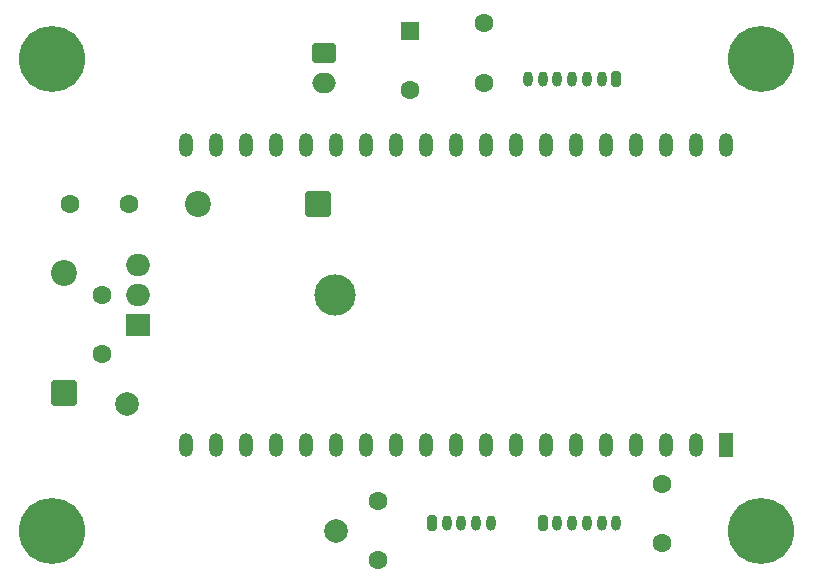
<source format=gbr>
%TF.GenerationSoftware,KiCad,Pcbnew,9.0.4*%
%TF.CreationDate,2025-12-06T22:06:25+01:00*%
%TF.ProjectId,bluebox,626c7565-626f-4782-9e6b-696361645f70,rev?*%
%TF.SameCoordinates,Original*%
%TF.FileFunction,Soldermask,Top*%
%TF.FilePolarity,Negative*%
%FSLAX46Y46*%
G04 Gerber Fmt 4.6, Leading zero omitted, Abs format (unit mm)*
G04 Created by KiCad (PCBNEW 9.0.4) date 2025-12-06 22:06:25*
%MOMM*%
%LPD*%
G01*
G04 APERTURE LIST*
G04 Aperture macros list*
%AMRoundRect*
0 Rectangle with rounded corners*
0 $1 Rounding radius*
0 $2 $3 $4 $5 $6 $7 $8 $9 X,Y pos of 4 corners*
0 Add a 4 corners polygon primitive as box body*
4,1,4,$2,$3,$4,$5,$6,$7,$8,$9,$2,$3,0*
0 Add four circle primitives for the rounded corners*
1,1,$1+$1,$2,$3*
1,1,$1+$1,$4,$5*
1,1,$1+$1,$6,$7*
1,1,$1+$1,$8,$9*
0 Add four rect primitives between the rounded corners*
20,1,$1+$1,$2,$3,$4,$5,0*
20,1,$1+$1,$4,$5,$6,$7,0*
20,1,$1+$1,$6,$7,$8,$9,0*
20,1,$1+$1,$8,$9,$2,$3,0*%
G04 Aperture macros list end*
%ADD10C,1.600000*%
%ADD11RoundRect,0.249999X0.850001X0.850001X-0.850001X0.850001X-0.850001X-0.850001X0.850001X-0.850001X0*%
%ADD12C,2.200000*%
%ADD13C,5.600000*%
%ADD14C,3.500000*%
%ADD15R,2.000000X1.905000*%
%ADD16O,2.000000X1.905000*%
%ADD17RoundRect,0.200000X-0.200000X-0.450000X0.200000X-0.450000X0.200000X0.450000X-0.200000X0.450000X0*%
%ADD18O,0.800000X1.300000*%
%ADD19RoundRect,0.250000X-0.550000X0.550000X-0.550000X-0.550000X0.550000X-0.550000X0.550000X0.550000X0*%
%ADD20C,2.000000*%
%ADD21RoundRect,0.200000X0.200000X0.450000X-0.200000X0.450000X-0.200000X-0.450000X0.200000X-0.450000X0*%
%ADD22RoundRect,0.249999X0.850001X-0.850001X0.850001X0.850001X-0.850001X0.850001X-0.850001X-0.850001X0*%
%ADD23RoundRect,0.250000X-0.750000X0.600000X-0.750000X-0.600000X0.750000X-0.600000X0.750000X0.600000X0*%
%ADD24O,2.000000X1.700000*%
%ADD25R,1.200000X2.000000*%
%ADD26O,1.200000X2.000000*%
G04 APERTURE END LIST*
D10*
%TO.C,C202*%
X136500000Y-92250000D03*
X141500000Y-92250000D03*
%TD*%
D11*
%TO.C,D202*%
X157480000Y-92250000D03*
D12*
X147320000Y-92250000D03*
%TD*%
D13*
%TO.C,H102*%
X135000000Y-80000000D03*
%TD*%
D14*
%TO.C,U201*%
X158900000Y-99995000D03*
D15*
X142240000Y-102535000D03*
D16*
X142240000Y-99995000D03*
X142240000Y-97455000D03*
%TD*%
D17*
%TO.C,J303*%
X176500000Y-119300000D03*
D18*
X177750000Y-119300000D03*
X179000000Y-119300000D03*
X180250000Y-119300000D03*
X181500000Y-119300000D03*
X182750000Y-119300000D03*
%TD*%
D19*
%TO.C,C302*%
X165250000Y-77597349D03*
D10*
X165250000Y-82597349D03*
%TD*%
D17*
%TO.C,J302*%
X167125000Y-119300000D03*
D18*
X168375000Y-119300000D03*
X169625000Y-119300000D03*
X170875000Y-119300000D03*
X172125000Y-119300000D03*
%TD*%
D20*
%TO.C,TP202*%
X141350000Y-109250000D03*
%TD*%
D21*
%TO.C,J301*%
X182750000Y-81700000D03*
D18*
X181500000Y-81700000D03*
X180250000Y-81700000D03*
X179000000Y-81700000D03*
X177750000Y-81700000D03*
X176500000Y-81700000D03*
X175250000Y-81700000D03*
%TD*%
D10*
%TO.C,C304*%
X162600000Y-117400000D03*
X162600000Y-122400000D03*
%TD*%
%TO.C,C303*%
X186600000Y-116000000D03*
X186600000Y-121000000D03*
%TD*%
%TO.C,C201*%
X139184088Y-104991196D03*
X139184088Y-99991196D03*
%TD*%
D13*
%TO.C,H103*%
X195000000Y-120000000D03*
%TD*%
%TO.C,H101*%
X135000000Y-120000000D03*
%TD*%
%TO.C,H104*%
X195000000Y-80000000D03*
%TD*%
D20*
%TO.C,TP201*%
X159000000Y-120000000D03*
%TD*%
D22*
%TO.C,D201*%
X135950000Y-108280000D03*
D12*
X135950000Y-98120000D03*
%TD*%
D10*
%TO.C,C301*%
X171500000Y-77000000D03*
X171500000Y-82000000D03*
%TD*%
D23*
%TO.C,J201*%
X158000000Y-79500000D03*
D24*
X158000000Y-82000000D03*
%TD*%
D25*
%TO.C,U301*%
X192000000Y-112700000D03*
D26*
X189460000Y-112700000D03*
X186920000Y-112700000D03*
X184380000Y-112700000D03*
X181840000Y-112700000D03*
X179300000Y-112700000D03*
X176760000Y-112700000D03*
X174220000Y-112700000D03*
X171680000Y-112700000D03*
X169140000Y-112700000D03*
X166600000Y-112700000D03*
X164060000Y-112700000D03*
X161520000Y-112700000D03*
X158980000Y-112700000D03*
X156440000Y-112700000D03*
X153900000Y-112700000D03*
X151360000Y-112700000D03*
X148820000Y-112700000D03*
X146280000Y-112700000D03*
X146282720Y-87303680D03*
X148822720Y-87303680D03*
X151360000Y-87300000D03*
X153900000Y-87300000D03*
X156440000Y-87300000D03*
X158980000Y-87300000D03*
X161520000Y-87300000D03*
X164060000Y-87300000D03*
X166600000Y-87300000D03*
X169140000Y-87300000D03*
X171680000Y-87300000D03*
X174220000Y-87300000D03*
X176760000Y-87300000D03*
X179300000Y-87300000D03*
X181840000Y-87300000D03*
X184380000Y-87300000D03*
X186920000Y-87300000D03*
X189460000Y-87300000D03*
X192000000Y-87300000D03*
%TD*%
M02*

</source>
